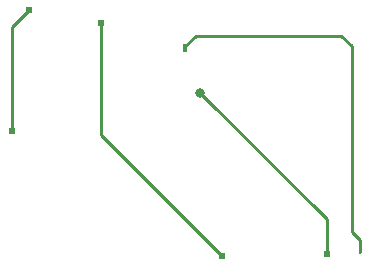
<source format=gbl>
G04 Layer: BottomLayer*
G04 EasyEDA v6.5.50, 2025-06-19 10:13:18*
G04 a84239dc67104c4f9253a13bb71c2901,cfac02f6325b4f3d8a51e7031594ce25,10*
G04 Gerber Generator version 0.2*
G04 Scale: 100 percent, Rotated: No, Reflected: No *
G04 Dimensions in millimeters *
G04 leading zeros omitted , absolute positions ,4 integer and 5 decimal *
%FSLAX45Y45*%
%MOMM*%

%ADD10C,0.2540*%
%ADD11R,0.2200X0.4000*%
%ADD12C,0.8080*%
%ADD13R,0.3000X0.7501*%
%ADD14C,0.6096*%
%ADD15C,0.0156*%

%LPD*%
D10*
X5181602Y2717802D02*
G01*
X6254219Y1645185D01*
X6254219Y1354101D01*
X5367835Y1333502D02*
G01*
X4345028Y2356309D01*
X4345028Y3310486D01*
X3592070Y2391107D02*
G01*
X3592070Y3276297D01*
X3732075Y3416302D01*
X5054600Y3098800D02*
G01*
X5054600Y3111500D01*
X5143500Y3200400D01*
X6375400Y3200400D01*
X6464300Y3111500D01*
X6464300Y1536700D01*
X6534454Y1466545D01*
X6534454Y1364106D01*
D11*
G01*
X6534454Y1364106D03*
D12*
G01*
X5181600Y2717800D03*
D13*
G01*
X5054600Y3098800D03*
D14*
G01*
X6254216Y1354099D03*
G01*
X5367832Y1333500D03*
G01*
X4345025Y3310483D03*
G01*
X3592068Y2391105D03*
G01*
X3732072Y3416300D03*
M02*

</source>
